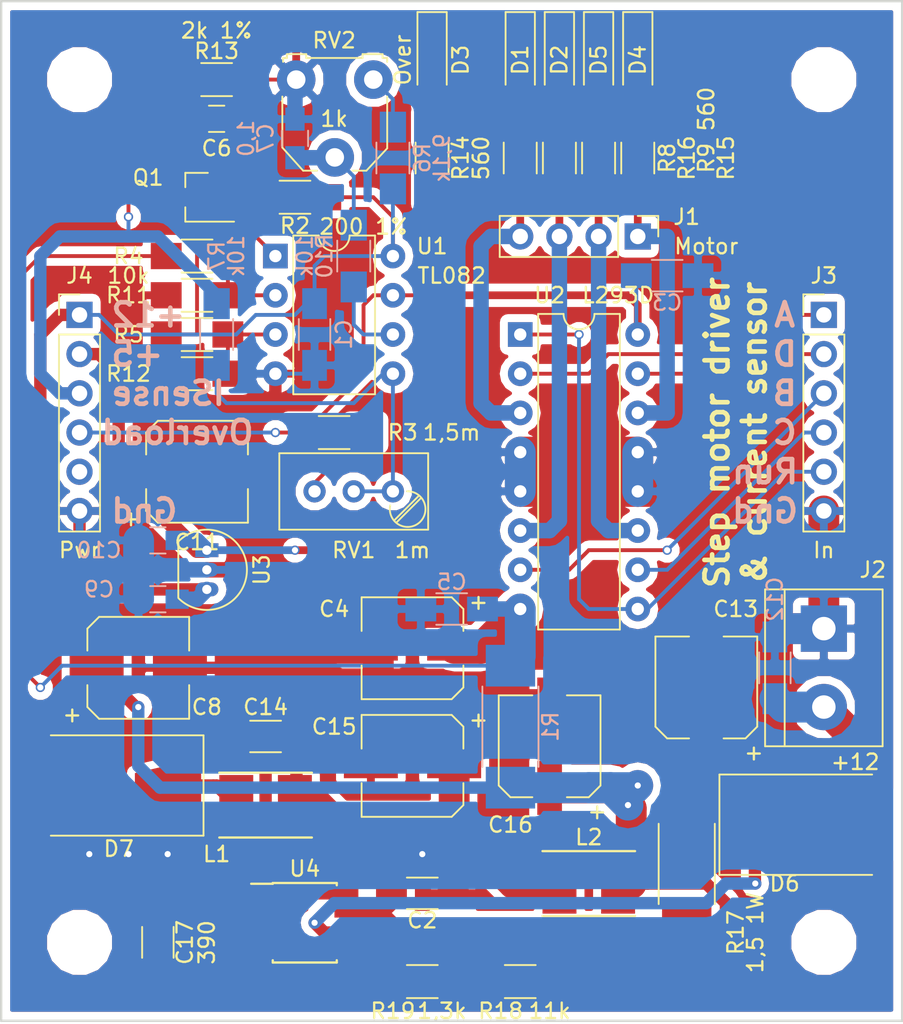
<source format=kicad_pcb>
(kicad_pcb (version 4) (host pcbnew 4.0.7)
  (layers (0 F.Cu signal) (31 B.Cu signal) (34 B.Paste user) (35 F.Paste user) (36 B.SilkS user) (37 F.SilkS user) (38 B.Mask user) (39 F.Mask user) (44 Edge.Cuts user))
  (net 0 "")
  (net 1 +12V)
  (net 2 GND)
  (net 3 /MPower)
  (net 4 +5V)
  (net 5 "Net-(D1-Pad2)")
  (net 6 "Net-(D2-Pad2)")
  (net 7 "Net-(D3-Pad2)")
  (net 8 "Net-(D4-Pad2)")
  (net 9 "Net-(D5-Pad2)")
  (net 10 "Net-(J1-Pad1)")
  (net 11 "Net-(J1-Pad2)")
  (net 12 "Net-(J1-Pad3)")
  (net 13 "Net-(J1-Pad4)")
  (net 14 "Net-(Q1-Pad3)")
  (net 15 /Overload)
  (net 16 "Net-(R11-Pad1)")
  (net 17 "Net-(R12-Pad1)")
  (net 18 /Run)
  (net 19 /Sense)
  (net 20 /MA)
  (net 21 /MC)
  (net 22 /MB)
  (net 23 /MD)
  (net 24 "Net-(C7-Pad1)")
  (net 25 "Net-(C14-Pad1)")
  (net 26 "Net-(C17-Pad1)")
  (net 27 /Buck/Power_In)
  (net 28 "Net-(D7-Pad1)")
  (net 29 "Net-(Q1-Pad1)")
  (net 30 "Net-(R3-Pad2)")
  (net 31 "Net-(R6-Pad1)")
  (net 32 "Net-(R7-Pad1)")
  (net 33 "Net-(R10-Pad1)")
  (net 34 "Net-(R18-Pad1)")
  (net 35 "Net-(C2-Pad2)")
  (net 36 "Net-(C13-Pad1)")
  (module Mounting_Holes:MountingHole_3.2mm_M3 (layer F.Cu) (at 91.44 43.18)
    (fp_text reference Hole hide)
    (fp_text value "" hide)
    (pad 1 np_thru_hole circle (at 0 0) (size 3.2 3.2) (drill 3.2) (layers *.Cu *.Mask))
  )
  (module Mounting_Holes:MountingHole_3.2mm_M3 (layer F.Cu) (at 139.7 43.18)
    (fp_text reference Hole hide)
    (fp_text value "" hide)
    (pad 1 np_thru_hole circle (at 0 0) (size 3.2 3.2) (drill 3.2) (layers *.Cu *.Mask))
  )
  (module Mounting_Holes:MountingHole_3.2mm_M3 (layer F.Cu) (at 139.7 99.06)
    (fp_text reference Hole hide)
    (fp_text value "" hide)
    (pad 1 np_thru_hole circle (at 0 0) (size 3.2 3.2) (drill 3.2) (layers *.Cu *.Mask))
  )
  (module Capacitors_SMD:CP_Elec_6.3x5.3 (layer F.Cu) (at 95.25 81.28)
    (fp_text reference C8 (at 4.445 2.54) (layer F.SilkS))
    (fp_text value 47,0)
    (fp_text user + (at -4.28 3.01) (layer F.SilkS))
    (pad 1 smd rect (at -2.7 0 180) (size 3.5 1.6) (layers F.Cu F.Paste F.Mask) (net 1 +12V))
    (pad 2 smd rect (at 2.7 0 180) (size 3.5 1.6) (layers F.Cu F.Paste F.Mask) (net 2 GND))
  )
  (module Capacitors_SMD:C_0805_HandSoldering (layer B.Cu) (at 96.52 76.835 180)
    (fp_text reference C9 (at 3.81 0.635 180) (layer B.SilkS) (effects (justify mirror)))
    (fp_text value 0,33)
    (pad 1 smd rect (at -1.25 0 180) (size 1.5 1.25) (layers B.Cu B.Paste B.Mask) (net 1 +12V))
    (pad 2 smd rect (at 1.25 0 180) (size 1.5 1.25) (layers B.Cu B.Paste B.Mask) (net 2 GND))
  )
  (module Capacitors_SMD:C_0805_HandSoldering (layer B.Cu) (at 96.52 73.025 180)
    (fp_text reference C10 (at 3.81 -0.635 180) (layer B.SilkS) (effects (justify mirror)))
    (fp_text value 0,33)
    (pad 1 smd rect (at -1.25 0 180) (size 1.5 1.25) (layers B.Cu B.Paste B.Mask) (net 4 +5V))
    (pad 2 smd rect (at 1.25 0 180) (size 1.5 1.25) (layers B.Cu B.Paste B.Mask) (net 2 GND))
  )
  (module Capacitors_SMD:CP_Elec_6.3x5.7 (layer F.Cu) (at 99.06 68.58)
    (fp_text reference C11 (at 0 4.56) (layer F.SilkS))
    (fp_text value 100,0)
    (fp_text user + (at -4.28 3.01) (layer F.SilkS))
    (pad 1 smd rect (at -2.7 0 180) (size 3.5 1.6) (layers F.Cu F.Paste F.Mask) (net 4 +5V))
    (pad 2 smd rect (at 2.7 0 180) (size 3.5 1.6) (layers F.Cu F.Paste F.Mask) (net 2 GND))
  )
  (module LEDs:LED_1206_HandSoldering (layer F.Cu) (at 120.015 41.91 270)
    (fp_text reference D1 (at 0 0 270) (layer F.SilkS))
    (fp_text value A)
    (pad 1 smd rect (at -2 0 270) (size 2 1.7) (layers F.Cu F.Paste F.Mask) (net 2 GND))
    (pad 2 smd rect (at 2 0 270) (size 2 1.7) (layers F.Cu F.Paste F.Mask) (net 5 "Net-(D1-Pad2)"))
  )
  (module LEDs:LED_1206_HandSoldering (layer F.Cu) (at 122.555 41.91 270)
    (fp_text reference D2 (at 0 0 270) (layer F.SilkS))
    (fp_text value B)
    (pad 1 smd rect (at -2 0 270) (size 2 1.7) (layers F.Cu F.Paste F.Mask) (net 2 GND))
    (pad 2 smd rect (at 2 0 270) (size 2 1.7) (layers F.Cu F.Paste F.Mask) (net 6 "Net-(D2-Pad2)"))
  )
  (module LEDs:LED_1206_HandSoldering (layer F.Cu) (at 127.635 41.91 270)
    (fp_text reference D4 (at 0 0 270) (layer F.SilkS))
    (fp_text value D)
    (pad 1 smd rect (at -2 0 270) (size 2 1.7) (layers F.Cu F.Paste F.Mask) (net 2 GND))
    (pad 2 smd rect (at 2 0 270) (size 2 1.7) (layers F.Cu F.Paste F.Mask) (net 8 "Net-(D4-Pad2)"))
  )
  (module LEDs:LED_1206_HandSoldering (layer F.Cu) (at 125.095 41.91 270)
    (fp_text reference D5 (at 0 0 270) (layer F.SilkS))
    (fp_text value C)
    (pad 1 smd rect (at -2 0 270) (size 2 1.7) (layers F.Cu F.Paste F.Mask) (net 2 GND))
    (pad 2 smd rect (at 2 0 270) (size 2 1.7) (layers F.Cu F.Paste F.Mask) (net 9 "Net-(D5-Pad2)"))
  )
  (module Pin_Headers:Pin_Header_Straight_1x04_Pitch2.54mm (layer F.Cu) (at 127.635 53.34 270)
    (fp_text reference J1 (at -1.27 -3.175 360) (layer F.SilkS))
    (fp_text value Motor (at 0.635 -4.445 360) (layer F.SilkS))
    (pad 1 thru_hole rect (at 0 0 270) (size 1.7 1.7) (drill 1) (layers *.Cu *.Mask) (net 10 "Net-(J1-Pad1)"))
    (pad 2 thru_hole oval (at 0 2.54 270) (size 1.7 1.7) (drill 1) (layers *.Cu *.Mask) (net 11 "Net-(J1-Pad2)"))
    (pad 3 thru_hole oval (at 0 5.08 270) (size 1.7 1.7) (drill 1) (layers *.Cu *.Mask) (net 12 "Net-(J1-Pad3)"))
    (pad 4 thru_hole oval (at 0 7.62 270) (size 1.7 1.7) (drill 1) (layers *.Cu *.Mask) (net 13 "Net-(J1-Pad4)"))
  )
  (module Resistors_SMD:R_1206_HandSoldering (layer F.Cu) (at 120.015 48.26 270)
    (fp_text reference R8 (at 0 -9.525 270) (layer F.SilkS))
    (fp_text value 560)
    (pad 1 smd rect (at -2 0 270) (size 2 1.7) (layers F.Cu F.Paste F.Mask) (net 5 "Net-(D1-Pad2)"))
    (pad 2 smd rect (at 2 0 270) (size 2 1.7) (layers F.Cu F.Paste F.Mask) (net 13 "Net-(J1-Pad4)"))
  )
  (module Resistors_SMD:R_1206_HandSoldering (layer F.Cu) (at 122.555 48.26 270)
    (fp_text reference R9 (at 0 -9.525 270) (layer F.SilkS))
    (fp_text value 560)
    (pad 1 smd rect (at -2 0 270) (size 2 1.7) (layers F.Cu F.Paste F.Mask) (net 6 "Net-(D2-Pad2)"))
    (pad 2 smd rect (at 2 0 270) (size 2 1.7) (layers F.Cu F.Paste F.Mask) (net 12 "Net-(J1-Pad3)"))
  )
  (module Resistors_SMD:R_1206_HandSoldering (layer F.Cu) (at 127.635 48.26 90)
    (fp_text reference R15 (at 0 5.715 90) (layer F.SilkS))
    (fp_text value 560 (at 3.175 4.445 90) (layer F.SilkS))
    (pad 1 smd rect (at -2 0 90) (size 2 1.7) (layers F.Cu F.Paste F.Mask) (net 10 "Net-(J1-Pad1)"))
    (pad 2 smd rect (at 2 0 90) (size 2 1.7) (layers F.Cu F.Paste F.Mask) (net 8 "Net-(D4-Pad2)"))
  )
  (module Resistors_SMD:R_1206_HandSoldering (layer F.Cu) (at 125.095 48.26 90)
    (fp_text reference R16 (at 0 5.715 90) (layer F.SilkS))
    (fp_text value 560)
    (pad 1 smd rect (at -2 0 90) (size 2 1.7) (layers F.Cu F.Paste F.Mask) (net 11 "Net-(J1-Pad2)"))
    (pad 2 smd rect (at 2 0 90) (size 2 1.7) (layers F.Cu F.Paste F.Mask) (net 9 "Net-(D5-Pad2)"))
  )
  (module Housings_DIP:DIP-16_W7.62mm (layer F.Cu) (at 120.015 59.69)
    (fp_text reference U2 (at 1.905 -2.54) (layer F.SilkS))
    (fp_text value L293D (at 6.35 -2.54) (layer F.SilkS))
    (pad 1 thru_hole rect (at 0 0) (size 1.6 1.6) (drill 0.8) (layers *.Cu *.Mask) (net 18 /Run))
    (pad 9 thru_hole oval (at 7.62 17.78) (size 1.6 1.6) (drill 0.8) (layers *.Cu *.Mask) (net 18 /Run))
    (pad 2 thru_hole oval (at 0 2.54) (size 1.6 1.6) (drill 0.8) (layers *.Cu *.Mask) (net 20 /MA))
    (pad 10 thru_hole oval (at 7.62 15.24) (size 1.6 1.6) (drill 0.8) (layers *.Cu *.Mask) (net 21 /MC))
    (pad 3 thru_hole oval (at 0 5.08) (size 1.6 1.6) (drill 0.8) (layers *.Cu *.Mask) (net 13 "Net-(J1-Pad4)"))
    (pad 11 thru_hole oval (at 7.62 12.7) (size 1.6 1.6) (drill 0.8) (layers *.Cu *.Mask) (net 11 "Net-(J1-Pad2)"))
    (pad 4 thru_hole oval (at 0 7.62) (size 1.6 1.6) (drill 0.8) (layers *.Cu *.Mask) (net 2 GND))
    (pad 12 thru_hole oval (at 7.62 10.16) (size 1.6 1.6) (drill 0.8) (layers *.Cu *.Mask) (net 2 GND))
    (pad 5 thru_hole oval (at 0 10.16) (size 1.6 1.6) (drill 0.8) (layers *.Cu *.Mask) (net 2 GND))
    (pad 13 thru_hole oval (at 7.62 7.62) (size 1.6 1.6) (drill 0.8) (layers *.Cu *.Mask) (net 2 GND))
    (pad 6 thru_hole oval (at 0 12.7) (size 1.6 1.6) (drill 0.8) (layers *.Cu *.Mask) (net 12 "Net-(J1-Pad3)"))
    (pad 14 thru_hole oval (at 7.62 5.08) (size 1.6 1.6) (drill 0.8) (layers *.Cu *.Mask) (net 10 "Net-(J1-Pad1)"))
    (pad 7 thru_hole oval (at 0 15.24) (size 1.6 1.6) (drill 0.8) (layers *.Cu *.Mask) (net 22 /MB))
    (pad 15 thru_hole oval (at 7.62 2.54) (size 1.6 1.6) (drill 0.8) (layers *.Cu *.Mask) (net 23 /MD))
    (pad 8 thru_hole oval (at 0 17.78) (size 1.6 1.6) (drill 0.8) (layers *.Cu *.Mask) (net 3 /MPower))
    (pad 16 thru_hole oval (at 7.62 0) (size 1.6 1.6) (drill 0.8) (layers *.Cu *.Mask) (net 4 +5V))
  )
  (module TO_SOT_Packages_THT:TO-92_Inline_Narrow_Oval (layer F.Cu) (at 99.695 73.66 270)
    (fp_text reference U3 (at 1.27 -3.56 270) (layer F.SilkS))
    (fp_text value L78L05)
    (pad 2 thru_hole oval (at 1.27 0 90) (size 0.9 1.5) (drill 0.6) (layers *.Cu *.Mask) (net 2 GND))
    (pad 3 thru_hole oval (at 2.54 0 90) (size 0.9 1.5) (drill 0.6) (layers *.Cu *.Mask) (net 1 +12V))
    (pad 1 thru_hole rect (at 0 0 90) (size 0.9 1.5) (drill 0.6) (layers *.Cu *.Mask) (net 4 +5V))
  )
  (module Connectors_Terminal_Blocks:TerminalBlock_bornier-2_P5.08mm (layer F.Cu) (at 139.7 78.74 270)
    (fp_text reference J2 (at -3.81 -3.175 360) (layer F.SilkS))
    (fp_text value +12 (at 8.636 -2.032 360) (layer F.SilkS))
    (pad 1 thru_hole rect (at 0 0 270) (size 3 3) (drill 1.52) (layers *.Cu *.Mask) (net 2 GND))
    (pad 2 thru_hole circle (at 5.08 0 270) (size 3 3) (drill 1.52) (layers *.Cu *.Mask) (net 27 /Buck/Power_In))
  )
  (module Capacitors_SMD:C_1206_HandSoldering (layer B.Cu) (at 129.54 55.88)
    (fp_text reference C3 (at 0 1.75) (layer B.SilkS) (effects (justify mirror)))
    (fp_text value 0,1)
    (pad 1 smd rect (at -2 0) (size 2 1.6) (layers B.Cu B.Paste B.Mask) (net 4 +5V))
    (pad 2 smd rect (at 2 0) (size 2 1.6) (layers B.Cu B.Paste B.Mask) (net 2 GND))
  )
  (module Capacitors_SMD:C_1206_HandSoldering (layer B.Cu) (at 106.68 59.69 270)
    (fp_text reference C1 (at 0 -1.905 270) (layer B.SilkS) (effects (justify mirror)))
    (fp_text value 0,1)
    (pad 1 smd rect (at -2 0 270) (size 2 1.6) (layers B.Cu B.Paste B.Mask) (net 1 +12V))
    (pad 2 smd rect (at 2 0 270) (size 2 1.6) (layers B.Cu B.Paste B.Mask) (net 2 GND))
  )
  (module Capacitors_SMD:CP_Elec_6.3x5.3 (layer F.Cu) (at 113.03 80.01 180)
    (fp_text reference C4 (at 5.08 2.54 180) (layer F.SilkS))
    (fp_text value 47,0)
    (fp_text user + (at -4.28 3.01 180) (layer F.SilkS))
    (pad 1 smd rect (at -2.7 0) (size 3.5 1.6) (layers F.Cu F.Paste F.Mask) (net 3 /MPower))
    (pad 2 smd rect (at 2.7 0) (size 3.5 1.6) (layers F.Cu F.Paste F.Mask) (net 2 GND))
  )
  (module Capacitors_SMD:C_1206_HandSoldering (layer B.Cu) (at 115.57 77.47 180)
    (fp_text reference C5 (at 0 1.75 180) (layer B.SilkS) (effects (justify mirror)))
    (fp_text value 0,1)
    (pad 1 smd rect (at -2 0 180) (size 2 1.6) (layers B.Cu B.Paste B.Mask) (net 3 /MPower))
    (pad 2 smd rect (at 2 0 180) (size 2 1.6) (layers B.Cu B.Paste B.Mask) (net 2 GND))
  )
  (module Capacitors_SMD:C_0805_HandSoldering (layer F.Cu) (at 100.33 45.72)
    (fp_text reference C6 (at 0 1.905) (layer F.SilkS))
    (fp_text value 1,0)
    (pad 1 smd rect (at -1.25 0) (size 1.5 1.25) (layers F.Cu F.Paste F.Mask) (net 19 /Sense))
    (pad 2 smd rect (at 1.25 0) (size 1.5 1.25) (layers F.Cu F.Paste F.Mask) (net 2 GND))
  )
  (module Capacitors_SMD:C_0805_HandSoldering (layer B.Cu) (at 105.41 46.99 90)
    (fp_text reference C7 (at 0 -1.905 90) (layer B.SilkS) (effects (justify mirror)))
    (fp_text value 1,0 (at 0 -3.175 90) (layer B.SilkS) (effects (justify mirror)))
    (pad 1 smd rect (at -1.25 0 90) (size 1.5 1.25) (layers B.Cu B.Paste B.Mask) (net 24 "Net-(C7-Pad1)"))
    (pad 2 smd rect (at 1.25 0 90) (size 1.5 1.25) (layers B.Cu B.Paste B.Mask) (net 2 GND))
  )
  (module Capacitors_SMD:C_1206_HandSoldering (layer B.Cu) (at 136.525 81.28 270)
    (fp_text reference C12 (at -4.445 0 270) (layer B.SilkS) (effects (justify mirror)))
    (fp_text value 0,1)
    (pad 1 smd rect (at -2 0 270) (size 2 1.6) (layers B.Cu B.Paste B.Mask) (net 2 GND))
    (pad 2 smd rect (at 2 0 270) (size 2 1.6) (layers B.Cu B.Paste B.Mask) (net 27 /Buck/Power_In))
  )
  (module Capacitors_SMD:CP_Elec_6.3x5.7 (layer F.Cu) (at 132.08 82.55 90)
    (fp_text reference C13 (at 5.08 1.905 180) (layer F.SilkS))
    (fp_text value 100,0)
    (fp_text user + (at -4.28 3.01 90) (layer F.SilkS))
    (pad 1 smd rect (at -2.7 0 270) (size 3.5 1.6) (layers F.Cu F.Paste F.Mask) (net 36 "Net-(C13-Pad1)"))
    (pad 2 smd rect (at 2.7 0 270) (size 3.5 1.6) (layers F.Cu F.Paste F.Mask) (net 2 GND))
  )
  (module Capacitors_SMD:C_1206_HandSoldering (layer F.Cu) (at 103.505 85.725 180)
    (fp_text reference C14 (at 0 1.905 180) (layer F.SilkS))
    (fp_text value 0,1)
    (pad 1 smd rect (at -2 0 180) (size 2 1.6) (layers F.Cu F.Paste F.Mask) (net 25 "Net-(C14-Pad1)"))
    (pad 2 smd rect (at 2 0 180) (size 2 1.6) (layers F.Cu F.Paste F.Mask) (net 2 GND))
  )
  (module Capacitors_SMD:CP_Elec_6.3x5.7 (layer F.Cu) (at 113.03 87.63 180)
    (fp_text reference C15 (at 5.08 2.54 180) (layer F.SilkS))
    (fp_text value 220,0)
    (fp_text user + (at -4.28 3.01 180) (layer F.SilkS))
    (pad 1 smd rect (at -2.7 0) (size 3.5 1.6) (layers F.Cu F.Paste F.Mask) (net 25 "Net-(C14-Pad1)"))
    (pad 2 smd rect (at 2.7 0) (size 3.5 1.6) (layers F.Cu F.Paste F.Mask) (net 2 GND))
  )
  (module Capacitors_SMD:CP_Elec_6.3x5.7 (layer F.Cu) (at 121.92 86.36 90)
    (fp_text reference C16 (at -5.08 -2.54 180) (layer F.SilkS))
    (fp_text value 100,0)
    (fp_text user + (at -4.28 3.01 90) (layer F.SilkS))
    (pad 1 smd rect (at -2.7 0 270) (size 3.5 1.6) (layers F.Cu F.Paste F.Mask) (net 1 +12V))
    (pad 2 smd rect (at 2.7 0 270) (size 3.5 1.6) (layers F.Cu F.Paste F.Mask) (net 2 GND))
  )
  (module Capacitors_SMD:C_1206_HandSoldering (layer F.Cu) (at 96.52 99.06 270)
    (fp_text reference C17 (at 0 -1.75 270) (layer F.SilkS))
    (fp_text value 390 (at 0 -3.175 270) (layer F.SilkS))
    (pad 1 smd rect (at -2 0 270) (size 2 1.6) (layers F.Cu F.Paste F.Mask) (net 26 "Net-(C17-Pad1)"))
    (pad 2 smd rect (at 2 0 270) (size 2 1.6) (layers F.Cu F.Paste F.Mask) (net 2 GND))
  )
  (module LEDs:LED_1206_HandSoldering (layer F.Cu) (at 114.3 41.91 270)
    (fp_text reference D3 (at 0 -1.85 270) (layer F.SilkS))
    (fp_text value Over (at 0 1.9 270) (layer F.SilkS))
    (pad 1 smd rect (at -2 0 270) (size 2 1.7) (layers F.Cu F.Paste F.Mask) (net 2 GND))
    (pad 2 smd rect (at 2 0 270) (size 2 1.7) (layers F.Cu F.Paste F.Mask) (net 7 "Net-(D3-Pad2)"))
  )
  (module Diodes_SMD:D_SMB-SMC_Universal_Handsoldering (layer F.Cu) (at 138.43 91.44)
    (fp_text reference D6 (at -1.27 3.81) (layer F.SilkS))
    (fp_text value SS34)
    (pad 1 smd trapezoid (at -3.2 0) (size 4.3 2.6) (rect_delta 1 0) (layers F.Cu F.Paste F.Mask) (net 36 "Net-(C13-Pad1)"))
    (pad 2 smd trapezoid (at 3.2 0 180) (size 4.3 2.6) (rect_delta 1 0) (layers F.Cu F.Paste F.Mask) (net 27 /Buck/Power_In))
  )
  (module Diodes_SMD:D_SMB-SMC_Universal_Handsoldering (layer F.Cu) (at 93.98 88.9 180)
    (fp_text reference D7 (at 0 -4.1 180) (layer F.SilkS))
    (fp_text value SS34)
    (pad 1 smd trapezoid (at -3.2 0 180) (size 4.3 2.6) (rect_delta 1 0) (layers F.Cu F.Paste F.Mask) (net 28 "Net-(D7-Pad1)"))
    (pad 2 smd trapezoid (at 3.2 0) (size 4.3 2.6) (rect_delta 1 0) (layers F.Cu F.Paste F.Mask) (net 2 GND))
  )
  (module Resistors_SMD:R_2512_HandSoldering (layer B.Cu) (at 119.38 85.09 90)
    (fp_text reference R1 (at 0 2.6 90) (layer B.SilkS) (effects (justify mirror)))
    (fp_text value "0,2 2W 1%")
    (pad 1 smd rect (at -3.95 0 90) (size 2.7 3.2) (layers B.Cu B.Paste B.Mask) (net 1 +12V))
    (pad 2 smd rect (at 3.95 0 90) (size 2.7 3.2) (layers B.Cu B.Paste B.Mask) (net 3 /MPower))
  )
  (module Resistors_SMD:R_1206_HandSoldering (layer F.Cu) (at 105.41 50.8 180)
    (fp_text reference R2 (at 0 -1.85 180) (layer F.SilkS))
    (fp_text value "200 1%" (at -4.445 -1.905 180) (layer F.SilkS))
    (pad 1 smd rect (at -2 0 180) (size 2 1.7) (layers F.Cu F.Paste F.Mask) (net 1 +12V))
    (pad 2 smd rect (at 2 0 180) (size 2 1.7) (layers F.Cu F.Paste F.Mask) (net 14 "Net-(Q1-Pad3)"))
  )
  (module Resistors_SMD:R_1206_HandSoldering (layer F.Cu) (at 107.95 66.04)
    (fp_text reference R3 (at 4.445 0) (layer F.SilkS))
    (fp_text value 1,5m (at 7.62 0) (layer F.SilkS))
    (pad 1 smd rect (at -2 0) (size 2 1.7) (layers F.Cu F.Paste F.Mask) (net 15 /Overload))
    (pad 2 smd rect (at 2 0) (size 2 1.7) (layers F.Cu F.Paste F.Mask) (net 30 "Net-(R3-Pad2)"))
  )
  (module Resistors_SMD:R_1206_HandSoldering (layer F.Cu) (at 99.06 54.61)
    (fp_text reference R4 (at -4.445 0) (layer F.SilkS))
    (fp_text value 10k)
    (pad 1 smd rect (at -2 0) (size 2 1.7) (layers F.Cu F.Paste F.Mask) (net 3 /MPower))
    (pad 2 smd rect (at 2 0) (size 2 1.7) (layers F.Cu F.Paste F.Mask) (net 16 "Net-(R11-Pad1)"))
  )
  (module Resistors_SMD:R_1206_HandSoldering (layer F.Cu) (at 99.06 59.69)
    (fp_text reference R5 (at -4.445 0) (layer F.SilkS))
    (fp_text value 10k)
    (pad 1 smd rect (at -2 0) (size 2 1.7) (layers F.Cu F.Paste F.Mask) (net 14 "Net-(Q1-Pad3)"))
    (pad 2 smd rect (at 2 0) (size 2 1.7) (layers F.Cu F.Paste F.Mask) (net 17 "Net-(R12-Pad1)"))
  )
  (module Resistors_SMD:R_1206_HandSoldering (layer B.Cu) (at 111.76 48.26 270)
    (fp_text reference R6 (at 0 -1.905 270) (layer B.SilkS) (effects (justify mirror)))
    (fp_text value 9,1k (at 0 -3.175 270) (layer B.SilkS) (effects (justify mirror)))
    (pad 1 smd rect (at -2 0 270) (size 2 1.7) (layers B.Cu B.Paste B.Mask) (net 31 "Net-(R6-Pad1)"))
    (pad 2 smd rect (at 2 0 270) (size 2 1.7) (layers B.Cu B.Paste B.Mask) (net 1 +12V))
  )
  (module Resistors_SMD:R_1206_HandSoldering (layer B.Cu) (at 100.33 59.69 90)
    (fp_text reference R7 (at 5.08 0 90) (layer B.SilkS) (effects (justify mirror)))
    (fp_text value 10k (at 5.08 1.27 90) (layer B.SilkS) (effects (justify mirror)))
    (pad 1 smd rect (at -2 0 90) (size 2 1.7) (layers B.Cu B.Paste B.Mask) (net 32 "Net-(R7-Pad1)"))
    (pad 2 smd rect (at 2 0 90) (size 2 1.7) (layers B.Cu B.Paste B.Mask) (net 19 /Sense))
  )
  (module Resistors_SMD:R_1206_HandSoldering (layer B.Cu) (at 109.22 54.61 90)
    (fp_text reference R10 (at 0 -1.905 90) (layer B.SilkS) (effects (justify mirror)))
    (fp_text value 10k (at 0 -3.175 90) (layer B.SilkS) (effects (justify mirror)))
    (pad 1 smd rect (at -2 0 90) (size 2 1.7) (layers B.Cu B.Paste B.Mask) (net 33 "Net-(R10-Pad1)"))
    (pad 2 smd rect (at 2 0 90) (size 2 1.7) (layers B.Cu B.Paste B.Mask) (net 24 "Net-(C7-Pad1)"))
  )
  (module Resistors_SMD:R_1206_HandSoldering (layer F.Cu) (at 99.06 57.15 180)
    (fp_text reference R11 (at 4.445 0 180) (layer F.SilkS))
    (fp_text value 10k (at 4.445 1.27 180) (layer F.SilkS))
    (pad 1 smd rect (at -2 0 180) (size 2 1.7) (layers F.Cu F.Paste F.Mask) (net 16 "Net-(R11-Pad1)"))
    (pad 2 smd rect (at 2 0 180) (size 2 1.7) (layers F.Cu F.Paste F.Mask) (net 2 GND))
  )
  (module Resistors_SMD:R_1206_HandSoldering (layer F.Cu) (at 99.06 62.23 180)
    (fp_text reference R12 (at 4.445 0 180) (layer F.SilkS))
    (fp_text value 10k)
    (pad 1 smd rect (at -2 0 180) (size 2 1.7) (layers F.Cu F.Paste F.Mask) (net 17 "Net-(R12-Pad1)"))
    (pad 2 smd rect (at 2 0 180) (size 2 1.7) (layers F.Cu F.Paste F.Mask) (net 2 GND))
  )
  (module Resistors_SMD:R_1206_HandSoldering (layer F.Cu) (at 100.33 43.18)
    (fp_text reference R13 (at 0 -1.85) (layer F.SilkS))
    (fp_text value "2k 1%" (at 0 -3.175) (layer F.SilkS))
    (pad 1 smd rect (at -2 0) (size 2 1.7) (layers F.Cu F.Paste F.Mask) (net 19 /Sense))
    (pad 2 smd rect (at 2 0) (size 2 1.7) (layers F.Cu F.Paste F.Mask) (net 2 GND))
  )
  (module Resistors_SMD:R_1206_HandSoldering (layer F.Cu) (at 114.3 48.26 270)
    (fp_text reference R14 (at 0 -1.85 270) (layer F.SilkS))
    (fp_text value 560 (at 0 -3.175 270) (layer F.SilkS))
    (pad 1 smd rect (at -2 0 270) (size 2 1.7) (layers F.Cu F.Paste F.Mask) (net 7 "Net-(D3-Pad2)"))
    (pad 2 smd rect (at 2 0 270) (size 2 1.7) (layers F.Cu F.Paste F.Mask) (net 15 /Overload))
  )
  (module Resistors_SMD:R_2512_HandSoldering (layer F.Cu) (at 130.81 93.98 270)
    (fp_text reference R17 (at 4.445 -3.175 270) (layer F.SilkS))
    (fp_text value "1,5 1W" (at 4.445 -4.445 270) (layer F.SilkS))
    (pad 1 smd rect (at -3.95 0 270) (size 2.7 3.2) (layers F.Cu F.Paste F.Mask) (net 36 "Net-(C13-Pad1)"))
    (pad 2 smd rect (at 3.95 0 270) (size 2.7 3.2) (layers F.Cu F.Paste F.Mask) (net 35 "Net-(C2-Pad2)"))
  )
  (module Resistors_SMD:R_1206_HandSoldering (layer F.Cu) (at 120.015 101.6)
    (fp_text reference R18 (at -1.27 1.905) (layer F.SilkS))
    (fp_text value 11k (at 1.905 1.905) (layer F.SilkS))
    (pad 1 smd rect (at -2 0) (size 2 1.7) (layers F.Cu F.Paste F.Mask) (net 34 "Net-(R18-Pad1)"))
    (pad 2 smd rect (at 2 0) (size 2 1.7) (layers F.Cu F.Paste F.Mask) (net 1 +12V))
  )
  (module Resistors_SMD:R_1206_HandSoldering (layer F.Cu) (at 113.665 101.6 180)
    (fp_text reference R19 (at 1.905 -1.905 180) (layer F.SilkS))
    (fp_text value 1,3k (at -1.27 -1.905 180) (layer F.SilkS))
    (pad 1 smd rect (at -2 0 180) (size 2 1.7) (layers F.Cu F.Paste F.Mask) (net 34 "Net-(R18-Pad1)"))
    (pad 2 smd rect (at 2 0 180) (size 2 1.7) (layers F.Cu F.Paste F.Mask) (net 2 GND))
  )
  (module Potentiometers:Potentiometer_Trimmer_Bourns_3296W (layer F.Cu) (at 111.76 69.85)
    (fp_text reference RV1 (at -2.54 3.81) (layer F.SilkS))
    (fp_text value 1m (at 1.27 3.81) (layer F.SilkS))
    (pad 1 thru_hole circle (at 0 0) (size 1.44 1.44) (drill 0.8) (layers *.Cu *.Mask) (net 32 "Net-(R7-Pad1)"))
    (pad 2 thru_hole circle (at -2.54 0) (size 1.44 1.44) (drill 0.8) (layers *.Cu *.Mask) (net 32 "Net-(R7-Pad1)"))
    (pad 3 thru_hole circle (at -5.08 0) (size 1.44 1.44) (drill 0.8) (layers *.Cu *.Mask) (net 30 "Net-(R3-Pad2)"))
  )
  (module Potentiometers:Potentiometer_Triwood_RM-065 (layer F.Cu) (at 110.49 43.18 180)
    (fp_text reference RV2 (at 2.54 2.54 360) (layer F.SilkS))
    (fp_text value 1k (at 2.54 -2.54 180) (layer F.SilkS))
    (pad 2 thru_hole circle (at 2.5 -5.04 180) (size 2.5 2.5) (drill 1.2) (layers *.Cu *.Mask) (net 24 "Net-(C7-Pad1)"))
    (pad 3 thru_hole circle (at 5 0 180) (size 2.5 2.5) (drill 1.2) (layers *.Cu *.Mask) (net 2 GND))
    (pad 1 thru_hole circle (at 0 0 180) (size 2.5 2.5) (drill 1.2) (layers *.Cu *.Mask) (net 31 "Net-(R6-Pad1)"))
  )
  (module Housings_DIP:DIP-8_W7.62mm (layer F.Cu) (at 104.14 54.61)
    (fp_text reference U1 (at 10.16 -0.635) (layer F.SilkS))
    (fp_text value TL082 (at 11.43 1.27) (layer F.SilkS))
    (pad 1 thru_hole rect (at 0 0) (size 1.6 1.6) (drill 0.8) (layers *.Cu *.Mask) (net 29 "Net-(Q1-Pad1)"))
    (pad 5 thru_hole oval (at 7.62 7.62) (size 1.6 1.6) (drill 0.8) (layers *.Cu *.Mask) (net 32 "Net-(R7-Pad1)"))
    (pad 2 thru_hole oval (at 0 2.54) (size 1.6 1.6) (drill 0.8) (layers *.Cu *.Mask) (net 16 "Net-(R11-Pad1)"))
    (pad 6 thru_hole oval (at 7.62 5.08) (size 1.6 1.6) (drill 0.8) (layers *.Cu *.Mask) (net 33 "Net-(R10-Pad1)"))
    (pad 3 thru_hole oval (at 0 5.08) (size 1.6 1.6) (drill 0.8) (layers *.Cu *.Mask) (net 17 "Net-(R12-Pad1)"))
    (pad 7 thru_hole oval (at 7.62 2.54) (size 1.6 1.6) (drill 0.8) (layers *.Cu *.Mask) (net 15 /Overload))
    (pad 4 thru_hole oval (at 0 7.62) (size 1.6 1.6) (drill 0.8) (layers *.Cu *.Mask) (net 2 GND))
    (pad 8 thru_hole oval (at 7.62 0) (size 1.6 1.6) (drill 0.8) (layers *.Cu *.Mask) (net 1 +12V))
  )
  (module Pin_Headers:Pin_Header_Straight_1x06_Pitch2.54mm (layer F.Cu) (at 139.7 58.42)
    (fp_text reference J3 (at 0 -2.54 180) (layer F.SilkS))
    (fp_text value In (at 0 15.24 180) (layer F.SilkS))
    (pad 1 thru_hole rect (at 0 0) (size 1.7 1.7) (drill 1) (layers *.Cu *.Mask) (net 20 /MA))
    (pad 2 thru_hole oval (at 0 2.54) (size 1.7 1.7) (drill 1) (layers *.Cu *.Mask) (net 23 /MD))
    (pad 3 thru_hole oval (at 0 5.08) (size 1.7 1.7) (drill 1) (layers *.Cu *.Mask) (net 22 /MB))
    (pad 4 thru_hole oval (at 0 7.62) (size 1.7 1.7) (drill 1) (layers *.Cu *.Mask) (net 21 /MC))
    (pad 5 thru_hole oval (at 0 10.16) (size 1.7 1.7) (drill 1) (layers *.Cu *.Mask) (net 18 /Run))
    (pad 6 thru_hole oval (at 0 12.7) (size 1.7 1.7) (drill 1) (layers *.Cu *.Mask) (net 2 GND))
  )
  (module Pin_Headers:Pin_Header_Straight_1x06_Pitch2.54mm (layer F.Cu) (at 91.44 58.42)
    (fp_text reference J4 (at 0 -2.54) (layer F.SilkS))
    (fp_text value Pwr (at 0 15.24) (layer F.SilkS))
    (pad 1 thru_hole rect (at 0 0) (size 1.7 1.7) (drill 1) (layers *.Cu *.Mask) (net 1 +12V))
    (pad 2 thru_hole oval (at 0 2.54) (size 1.7 1.7) (drill 1) (layers *.Cu *.Mask) (net 4 +5V))
    (pad 3 thru_hole oval (at 0 5.08) (size 1.7 1.7) (drill 1) (layers *.Cu *.Mask) (net 19 /Sense))
    (pad 4 thru_hole oval (at 0 7.62) (size 1.7 1.7) (drill 1) (layers *.Cu *.Mask) (net 15 /Overload))
    (pad 5 thru_hole oval (at 0 10.16) (size 1.7 1.7) (drill 1) (layers *.Cu *.Mask))
    (pad 6 thru_hole oval (at 0 12.7) (size 1.7 1.7) (drill 1) (layers *.Cu *.Mask) (net 2 GND))
  )
  (module Mounting_Holes:MountingHole_3.2mm_M3 (layer F.Cu) (at 91.44 99.06)
    (fp_text reference Hole hide)
    (fp_text value "" hide)
    (pad 1 np_thru_hole circle (at 0 0) (size 3.2 3.2) (drill 3.2) (layers *.Cu *.Mask))
  )
  (module Capacitors_SMD:C_1206_HandSoldering (layer F.Cu) (at 113.665 95.885 180)
    (fp_text reference C2 (at 0 -1.75 180) (layer F.SilkS))
    (fp_text value 0,1)
    (pad 1 smd rect (at -2 0 180) (size 2 1.6) (layers F.Cu F.Paste F.Mask) (net 2 GND))
    (pad 2 smd rect (at 2 0 180) (size 2 1.6) (layers F.Cu F.Paste F.Mask) (net 35 "Net-(C2-Pad2)"))
  )
  (module Inductors:Inductor_Taiyo-Yuden_NR-40xx_HandSoldering (layer F.Cu) (at 103.505 90.17)
    (fp_text reference L1 (at -3.175 3.175) (layer F.SilkS))
    (fp_text value 100uH)
    (pad 1 smd rect (at -1.9 0) (size 2.2 3.9) (layers F.Cu F.Paste F.Mask) (net 28 "Net-(D7-Pad1)"))
    (pad 2 smd rect (at 1.9 0) (size 2.2 3.9) (layers F.Cu F.Paste F.Mask) (net 25 "Net-(C14-Pad1)"))
  )
  (module Inductors:Inductor_Taiyo-Yuden_NR-40xx_HandSoldering (layer F.Cu) (at 124.46 95.25)
    (fp_text reference L2 (at 0 -3) (layer F.SilkS))
    (fp_text value 47uH)
    (pad 1 smd rect (at -1.9 0) (size 2.2 3.9) (layers F.Cu F.Paste F.Mask) (net 25 "Net-(C14-Pad1)"))
    (pad 2 smd rect (at 1.9 0) (size 2.2 3.9) (layers F.Cu F.Paste F.Mask) (net 1 +12V))
  )
  (module Housings_SOIC:SOIC-8_3.9x4.9mm_Pitch1.27mm (layer F.Cu) (at 106.045 97.79)
    (fp_text reference U4 (at 0 -3.5) (layer F.SilkS))
    (fp_text value MC34063)
    (pad 1 smd rect (at -2.7 -1.905) (size 1.55 0.6) (layers F.Cu F.Paste F.Mask) (net 35 "Net-(C2-Pad2)"))
    (pad 2 smd rect (at -2.7 -0.635) (size 1.55 0.6) (layers F.Cu F.Paste F.Mask) (net 28 "Net-(D7-Pad1)"))
    (pad 3 smd rect (at -2.7 0.635) (size 1.55 0.6) (layers F.Cu F.Paste F.Mask) (net 26 "Net-(C17-Pad1)"))
    (pad 4 smd rect (at -2.7 1.905) (size 1.55 0.6) (layers F.Cu F.Paste F.Mask) (net 2 GND))
    (pad 5 smd rect (at 2.7 1.905) (size 1.55 0.6) (layers F.Cu F.Paste F.Mask) (net 34 "Net-(R18-Pad1)"))
    (pad 6 smd rect (at 2.7 0.635) (size 1.55 0.6) (layers F.Cu F.Paste F.Mask) (net 36 "Net-(C13-Pad1)"))
    (pad 7 smd rect (at 2.7 -0.635) (size 1.55 0.6) (layers F.Cu F.Paste F.Mask) (net 35 "Net-(C2-Pad2)"))
    (pad 8 smd rect (at 2.7 -1.905) (size 1.55 0.6) (layers F.Cu F.Paste F.Mask) (net 35 "Net-(C2-Pad2)"))
  )
  (module TO_SOT_Packages_SMD:SOT-23_Handsoldering (layer F.Cu) (at 99.06 50.8 180)
    (fp_text reference Q1 (at 3.175 1.27 180) (layer F.SilkS))
    (fp_text value MMBT3904)
    (pad 1 smd rect (at -1.5 -0.95 180) (size 1.9 0.8) (layers F.Cu F.Paste F.Mask) (net 29 "Net-(Q1-Pad1)"))
    (pad 2 smd rect (at -1.5 0.95 180) (size 1.9 0.8) (layers F.Cu F.Paste F.Mask) (net 19 /Sense))
    (pad 3 smd rect (at 1.5 0 180) (size 1.9 0.8) (layers F.Cu F.Paste F.Mask) (net 14 "Net-(Q1-Pad3)"))
  )
  (gr_text "Step motor driver\n& current sensor" (at 133.985 66.04 90) (layer F.SilkS) (effects (font (size 1.5 1.5) (thickness 0.3))))
  (gr_text Overload (at 92.71 66.04) (layer B.SilkS) (effects (font (size 1.5 1.5) (thickness 0.3)) (justify right mirror)))
  (gr_text ISense (at 93.345 63.5) (layer B.SilkS) (effects (font (size 1.5 1.5) (thickness 0.3)) (justify right mirror)))
  (gr_text +5 (at 93.345 60.96) (layer B.SilkS) (effects (font (size 1.5 1.5) (thickness 0.3)) (justify right mirror)))
  (gr_text +12 (at 93.345 58.42) (layer B.SilkS) (effects (font (size 1.5 1.5) (thickness 0.3)) (justify right mirror)))
  (gr_text Gnd (at 93.345 71.12) (layer B.SilkS) (effects (font (size 1.5 1.5) (thickness 0.3)) (justify right mirror)))
  (gr_text Gnd (at 135.89 71.12) (layer B.SilkS) (effects (font (size 1.5 1.5) (thickness 0.3)) (justify mirror)))
  (gr_text Run (at 135.89 68.58) (layer B.SilkS) (effects (font (size 1.5 1.5) (thickness 0.3)) (justify mirror)))
  (gr_text D (at 137.16 60.96) (layer B.SilkS) (effects (font (size 1.5 1.5) (thickness 0.3)) (justify mirror)))
  (gr_text C (at 137.16 66.04) (layer B.SilkS) (effects (font (size 1.5 1.5) (thickness 0.3)) (justify mirror)))
  (gr_text B (at 137.16 63.5) (layer B.SilkS) (effects (font (size 1.5 1.5) (thickness 0.3)) (justify mirror)))
  (gr_text A (at 137.16 58.42) (layer B.SilkS) (effects (font (size 1.5 1.5) (thickness 0.3)) (justify mirror)))
  (gr_line (start 86.36 38.1) (end 144.78 38.1) (angle 90) (layer Edge.Cuts) (width 0.15))
  (gr_line (start 86.36 104.14) (end 86.36 38.1) (angle 90) (layer Edge.Cuts) (width 0.15))
  (gr_line (start 144.78 104.14) (end 86.36 104.14) (angle 90) (layer Edge.Cuts) (width 0.15))
  (gr_line (start 144.78 38.1) (end 144.78 104.14) (angle 90) (layer Edge.Cuts) (width 0.15))
  (segment (start 124.46 89.04) (end 127.495 89.04) (width 2) (layer B.Cu) (net 1))
  (segment (start 127.495 89.04) (end 127.635 88.9) (width 2) (layer B.Cu) (net 1))
  (via (at 127.635 88.9) (size 0.6) (drill 0.4) (layers F.Cu B.Cu) (net 1))
  (segment (start 127.635 88.9) (end 127 89.535) (width 2) (layer F.Cu) (net 1))
  (segment (start 127 89.535) (end 127 90.17) (width 2) (layer F.Cu) (net 1))
  (segment (start 125.87 89.04) (end 127 90.17) (width 2) (layer B.Cu) (net 1))
  (via (at 127 90.17) (size 0.6) (drill 0.4) (layers F.Cu B.Cu) (net 1))
  (segment (start 95.25 83.82) (end 95.09 83.82) (width 0.8) (layer F.Cu) (net 1))
  (segment (start 95.25 87.63) (end 95.25 83.82) (width 0.8) (layer B.Cu) (net 1))
  (via (at 95.25 83.82) (size 0.6) (drill 0.4) (layers F.Cu B.Cu) (net 1))
  (segment (start 96.66 89.04) (end 95.25 87.63) (width 0.8) (layer B.Cu) (net 1))
  (segment (start 119.38 89.04) (end 96.66 89.04) (width 0.8) (layer B.Cu) (net 1))
  (segment (start 95.09 83.82) (end 92.55 81.28) (width 0.8) (layer F.Cu) (net 1))
  (segment (start 92.55 81.28) (end 92.55 76.2) (width 0.8) (layer F.Cu) (net 1))
  (segment (start 92.55 76.2) (end 92.71 76.2) (width 0.8) (layer F.Cu) (net 1))
  (segment (start 99.695 76.2) (end 92.71 76.2) (width 0.8) (layer F.Cu) (net 1))
  (segment (start 92.71 76.2) (end 88.9 76.2) (width 0.8) (layer F.Cu) (net 1))
  (segment (start 126.36 95.25) (end 128.27 95.25) (width 0.8) (layer F.Cu) (net 1))
  (segment (start 106.68 57.69) (end 106.14 57.69) (width 0.25) (layer B.Cu) (net 1))
  (segment (start 106.14 57.69) (end 105.41 58.42) (width 0.25) (layer B.Cu) (net 1))
  (segment (start 92.71 58.42) (end 91.44 58.42) (width 0.25) (layer B.Cu) (net 1))
  (segment (start 93.98 59.69) (end 92.71 58.42) (width 0.25) (layer B.Cu) (net 1))
  (segment (start 101.6 59.69) (end 93.98 59.69) (width 0.25) (layer B.Cu) (net 1))
  (segment (start 102.87 58.42) (end 101.6 59.69) (width 0.25) (layer B.Cu) (net 1))
  (segment (start 105.41 58.42) (end 102.87 58.42) (width 0.25) (layer B.Cu) (net 1))
  (segment (start 91.44 58.42) (end 90.17 58.42) (width 0.8) (layer F.Cu) (net 1))
  (segment (start 88.9 59.69) (end 88.9 76.2) (width 0.8) (layer F.Cu) (net 1))
  (segment (start 90.17 58.42) (end 88.9 59.69) (width 0.8) (layer F.Cu) (net 1))
  (segment (start 127.21 95.25) (end 128.27 95.25) (width 0.8) (layer F.Cu) (net 1))
  (segment (start 128.27 95.25) (end 132.08 95.25) (width 0.8) (layer F.Cu) (net 1))
  (segment (start 132.08 101.6) (end 122.015 101.6) (width 0.8) (layer F.Cu) (net 1))
  (segment (start 133.35 100.33) (end 132.08 101.6) (width 0.8) (layer F.Cu) (net 1))
  (segment (start 133.35 96.52) (end 133.35 100.33) (width 0.8) (layer F.Cu) (net 1))
  (segment (start 132.08 95.25) (end 133.35 96.52) (width 0.8) (layer F.Cu) (net 1))
  (segment (start 121.92 89.06) (end 125.89 89.06) (width 2) (layer F.Cu) (net 1))
  (segment (start 125.89 89.06) (end 127 90.17) (width 2) (layer F.Cu) (net 1))
  (segment (start 119.38 89.04) (end 124.46 89.04) (width 2) (layer B.Cu) (net 1))
  (segment (start 124.46 89.04) (end 125.87 89.04) (width 2) (layer B.Cu) (net 1))
  (segment (start 127.21 90.38) (end 127.21 95.25) (width 2) (layer F.Cu) (net 1))
  (segment (start 127 90.17) (end 127.21 90.38) (width 2) (layer F.Cu) (net 1))
  (segment (start 111.76 54.61) (end 111.76 52.07) (width 0.25) (layer F.Cu) (net 1))
  (segment (start 110.49 50.8) (end 107.41 50.8) (width 0.25) (layer F.Cu) (net 1))
  (segment (start 111.76 52.07) (end 110.49 50.8) (width 0.25) (layer F.Cu) (net 1))
  (segment (start 111.76 50.26) (end 111.76 54.61) (width 0.25) (layer B.Cu) (net 1))
  (segment (start 106.68 57.69) (end 106.68 55.245) (width 0.25) (layer B.Cu) (net 1))
  (segment (start 107.315 54.61) (end 111.76 54.61) (width 0.25) (layer B.Cu) (net 1))
  (segment (start 106.68 55.245) (end 107.315 54.61) (width 0.25) (layer B.Cu) (net 1))
  (segment (start 97.77 76.835) (end 99.06 76.835) (width 1) (layer B.Cu) (net 1))
  (segment (start 99.06 76.835) (end 99.695 76.2) (width 1) (layer B.Cu) (net 1))
  (segment (start 90.78 88.9) (end 87.63 88.9) (width 0.8) (layer F.Cu) (net 2))
  (segment (start 97.95 81.28) (end 101.76 81.28) (width 0.8) (layer F.Cu) (net 2))
  (segment (start 101.76 81.28) (end 102.235 81.28) (width 0.8) (layer F.Cu) (net 2))
  (segment (start 102.235 81.28) (end 102.235 80.805) (width 0.8) (layer F.Cu) (net 2))
  (segment (start 139.7 78.74) (end 137.065 78.74) (width 2) (layer B.Cu) (net 2))
  (segment (start 137.065 78.74) (end 136.525 79.28) (width 2) (layer B.Cu) (net 2))
  (segment (start 103.345 99.695) (end 101.71 99.695) (width 0.8) (layer F.Cu) (net 2))
  (segment (start 101.71 101.49) (end 101.6 101.6) (width 0.8) (layer F.Cu) (net 2))
  (segment (start 101.71 101.49) (end 101.71 99.695) (width 0.8) (layer F.Cu) (net 2))
  (segment (start 101.505 85.725) (end 102.87 85.725) (width 0.8) (layer F.Cu) (net 2))
  (segment (start 104.775 93.345) (end 113.665 93.345) (width 0.8) (layer F.Cu) (net 2))
  (segment (start 104.14 93.345) (end 104.775 93.345) (width 0.8) (layer F.Cu) (net 2))
  (segment (start 103.505 92.71) (end 104.14 93.345) (width 0.8) (layer F.Cu) (net 2))
  (segment (start 103.505 86.36) (end 103.505 92.71) (width 0.8) (layer F.Cu) (net 2))
  (segment (start 102.87 85.725) (end 103.505 86.36) (width 0.8) (layer F.Cu) (net 2))
  (segment (start 115.665 95.885) (end 115.665 95.345) (width 0.8) (layer F.Cu) (net 2))
  (segment (start 115.665 95.345) (end 113.665 93.345) (width 0.8) (layer F.Cu) (net 2))
  (via (at 113.665 93.345) (size 0.6) (drill 0.4) (layers F.Cu B.Cu) (net 2))
  (segment (start 92.075 93.345) (end 87.63 93.345) (width 0.8) (layer F.Cu) (net 2))
  (via (at 92.075 93.345) (size 0.6) (drill 0.4) (layers F.Cu B.Cu) (net 2))
  (segment (start 94.615 93.345) (end 92.075 93.345) (width 0.8) (layer B.Cu) (net 2))
  (via (at 94.615 93.345) (size 0.6) (drill 0.4) (layers F.Cu B.Cu) (net 2))
  (segment (start 97.155 93.345) (end 94.615 93.345) (width 0.8) (layer F.Cu) (net 2))
  (via (at 97.155 93.345) (size 0.6) (drill 0.4) (layers F.Cu B.Cu) (net 2))
  (segment (start 113.665 93.345) (end 97.155 93.345) (width 0.8) (layer B.Cu) (net 2))
  (segment (start 115.665 95.345) (end 113.665 93.345) (width 0.8) (layer F.Cu) (net 2))
  (segment (start 101.505 85.725) (end 100.965 85.725) (width 0.8) (layer F.Cu) (net 2))
  (segment (start 100.965 85.725) (end 100.33 85.09) (width 0.8) (layer F.Cu) (net 2))
  (segment (start 110.33 87.63) (end 110.33 85.25) (width 0.8) (layer F.Cu) (net 2))
  (segment (start 110.33 85.25) (end 111.92 83.66) (width 0.8) (layer F.Cu) (net 2))
  (segment (start 95.25 85.09) (end 88.9 85.09) (width 1) (layer F.Cu) (net 2))
  (segment (start 101.6 102.87) (end 102.87 101.6) (width 1) (layer F.Cu) (net 2))
  (segment (start 89.535 102.87) (end 101.6 102.87) (width 1) (layer F.Cu) (net 2))
  (segment (start 87.63 100.965) (end 89.535 102.87) (width 1) (layer F.Cu) (net 2))
  (segment (start 87.63 86.36) (end 87.63 88.9) (width 1) (layer F.Cu) (net 2))
  (segment (start 87.63 88.9) (end 87.63 93.345) (width 1) (layer F.Cu) (net 2))
  (segment (start 87.63 93.345) (end 87.63 100.965) (width 1) (layer F.Cu) (net 2))
  (segment (start 88.9 85.09) (end 87.63 86.36) (width 1) (layer F.Cu) (net 2))
  (segment (start 105.41 45.74) (end 105.41 43.26) (width 1) (layer B.Cu) (net 2))
  (segment (start 105.41 43.26) (end 105.49 43.18) (width 1) (layer B.Cu) (net 2))
  (segment (start 121.92 83.66) (end 111.92 83.66) (width 2) (layer F.Cu) (net 2))
  (segment (start 110.81 82.55) (end 110.81 80.49) (width 2) (layer F.Cu) (net 2))
  (segment (start 111.92 83.66) (end 110.81 82.55) (width 2) (layer F.Cu) (net 2))
  (segment (start 110.81 80.49) (end 110.33 80.01) (width 2) (layer F.Cu) (net 2))
  (segment (start 131.54 55.88) (end 131.54 66.58) (width 0.5) (layer B.Cu) (net 2))
  (segment (start 130.81 67.31) (end 127.635 67.31) (width 0.5) (layer B.Cu) (net 2))
  (segment (start 131.54 66.58) (end 130.81 67.31) (width 0.5) (layer B.Cu) (net 2))
  (segment (start 136.525 39.91) (end 142.78 39.91) (width 0.5) (layer F.Cu) (net 2))
  (segment (start 127.635 39.91) (end 136.525 39.91) (width 0.5) (layer F.Cu) (net 2))
  (segment (start 142.24 71.12) (end 139.7 71.12) (width 0.5) (layer F.Cu) (net 2))
  (segment (start 143.51 69.85) (end 142.24 71.12) (width 0.5) (layer F.Cu) (net 2))
  (segment (start 143.51 40.64) (end 143.51 69.85) (width 0.5) (layer F.Cu) (net 2))
  (segment (start 142.78 39.91) (end 143.51 40.64) (width 0.5) (layer F.Cu) (net 2))
  (segment (start 127.635 69.85) (end 130.81 69.85) (width 2) (layer F.Cu) (net 2))
  (segment (start 132.08 71.12) (end 132.08 79.85) (width 2) (layer F.Cu) (net 2))
  (segment (start 130.81 69.85) (end 132.08 71.12) (width 2) (layer F.Cu) (net 2))
  (segment (start 99.695 74.93) (end 92.71 74.93) (width 0.8) (layer F.Cu) (net 2))
  (segment (start 91.44 73.66) (end 91.44 71.12) (width 0.8) (layer F.Cu) (net 2))
  (segment (start 92.71 74.93) (end 91.44 73.66) (width 0.8) (layer F.Cu) (net 2))
  (segment (start 97.06 62.23) (end 97.06 65.31) (width 0.8) (layer F.Cu) (net 2))
  (segment (start 97.79 66.04) (end 101.76 66.04) (width 0.8) (layer F.Cu) (net 2))
  (segment (start 97.06 65.31) (end 97.79 66.04) (width 0.8) (layer F.Cu) (net 2))
  (segment (start 104.14 62.23) (end 104.14 63.5) (width 0.8) (layer F.Cu) (net 2))
  (segment (start 104.14 63.5) (end 101.76 65.88) (width 0.8) (layer F.Cu) (net 2))
  (segment (start 101.76 65.88) (end 101.76 66.04) (width 0.8) (layer F.Cu) (net 2))
  (segment (start 101.76 66.04) (end 101.76 68.58) (width 0.8) (layer F.Cu) (net 2))
  (segment (start 123.92 80.645) (end 131.285 80.645) (width 2) (layer F.Cu) (net 2))
  (segment (start 131.285 80.645) (end 132.08 79.85) (width 2) (layer F.Cu) (net 2))
  (segment (start 121.92 83.66) (end 123.35 83.66) (width 2) (layer F.Cu) (net 2))
  (segment (start 123.35 83.66) (end 123.92 83.09) (width 2) (layer F.Cu) (net 2))
  (segment (start 110.33 80.01) (end 103.03 80.01) (width 2) (layer F.Cu) (net 2))
  (segment (start 103.03 80.01) (end 102.235 80.805) (width 2) (layer F.Cu) (net 2))
  (segment (start 102.235 80.805) (end 101.76 81.28) (width 2) (layer F.Cu) (net 2))
  (segment (start 101.76 81.28) (end 101.76 85.09) (width 0.8) (layer F.Cu) (net 2))
  (segment (start 101.76 85.09) (end 101.6 85.09) (width 0.8) (layer F.Cu) (net 2))
  (segment (start 95.25 85.09) (end 100.33 85.09) (width 0.8) (layer F.Cu) (net 2))
  (segment (start 100.33 85.09) (end 101.6 85.09) (width 0.8) (layer F.Cu) (net 2))
  (segment (start 96.52 101.06) (end 97.25 101.06) (width 0.8) (layer F.Cu) (net 2))
  (segment (start 97.25 101.06) (end 97.79 101.6) (width 0.8) (layer F.Cu) (net 2))
  (segment (start 97.79 101.6) (end 101.6 101.6) (width 0.8) (layer F.Cu) (net 2))
  (segment (start 111.665 101.6) (end 102.87 101.6) (width 0.8) (layer F.Cu) (net 2))
  (segment (start 102.87 101.6) (end 101.6 101.6) (width 0.8) (layer F.Cu) (net 2))
  (segment (start 132.08 79.85) (end 132.24 79.85) (width 2) (layer F.Cu) (net 2))
  (segment (start 132.24 79.85) (end 133.35 78.74) (width 2) (layer F.Cu) (net 2))
  (segment (start 133.35 78.74) (end 139.7 78.74) (width 2) (layer F.Cu) (net 2))
  (segment (start 139.7 78.74) (end 139.7 71.12) (width 2) (layer F.Cu) (net 2))
  (segment (start 97.06 57.15) (end 95.885 57.15) (width 0.25) (layer F.Cu) (net 2))
  (segment (start 95.885 62.23) (end 97.06 62.23) (width 0.25) (layer F.Cu) (net 2))
  (segment (start 95.25 61.595) (end 95.885 62.23) (width 0.25) (layer F.Cu) (net 2))
  (segment (start 95.25 57.785) (end 95.25 61.595) (width 0.25) (layer F.Cu) (net 2))
  (segment (start 95.885 57.15) (end 95.25 57.785) (width 0.25) (layer F.Cu) (net 2))
  (segment (start 114.3 39.91) (end 106.14 39.91) (width 0.5) (layer F.Cu) (net 2))
  (segment (start 105.49 40.56) (end 105.49 43.18) (width 0.5) (layer F.Cu) (net 2))
  (segment (start 106.14 39.91) (end 105.49 40.56) (width 0.5) (layer F.Cu) (net 2))
  (segment (start 114.3 39.91) (end 116.205 39.91) (width 0.5) (layer F.Cu) (net 2))
  (segment (start 116.205 39.91) (end 118.11 39.91) (width 0.5) (layer F.Cu) (net 2))
  (segment (start 101.58 45.72) (end 101.58 43.93) (width 0.25) (layer F.Cu) (net 2))
  (segment (start 101.58 43.93) (end 102.33 43.18) (width 0.25) (layer F.Cu) (net 2))
  (segment (start 102.33 43.18) (end 105.49 43.18) (width 0.25) (layer F.Cu) (net 2))
  (segment (start 104.14 62.23) (end 106.14 62.23) (width 0.25) (layer B.Cu) (net 2))
  (segment (start 106.14 62.23) (end 106.68 61.69) (width 0.25) (layer B.Cu) (net 2))
  (segment (start 99.695 74.93) (end 102.87 74.93) (width 1) (layer F.Cu) (net 2))
  (segment (start 99.695 74.93) (end 95.27 74.93) (width 1) (layer B.Cu) (net 2))
  (segment (start 95.27 74.93) (end 95.25 74.93) (width 1) (layer B.Cu) (net 2))
  (segment (start 95.27 73.025) (end 95.27 74.93) (width 2) (layer B.Cu) (net 2))
  (segment (start 95.27 74.93) (end 95.27 76.835) (width 2) (layer B.Cu) (net 2))
  (segment (start 101.76 81.28) (end 101.76 79.215) (width 2) (layer F.Cu) (net 2))
  (segment (start 101.76 79.215) (end 102.87 78.105) (width 2) (layer F.Cu) (net 2))
  (segment (start 102.87 78.105) (end 102.87 74.93) (width 2) (layer F.Cu) (net 2))
  (segment (start 102.87 74.93) (end 102.87 69.69) (width 2) (layer F.Cu) (net 2))
  (segment (start 102.87 69.69) (end 101.76 68.58) (width 2) (layer F.Cu) (net 2))
  (segment (start 118.11 40.005) (end 118.11 39.91) (width 0.5) (layer F.Cu) (net 2))
  (segment (start 120.015 69.85) (end 120.015 67.31) (width 2) (layer B.Cu) (net 2))
  (segment (start 127.635 69.85) (end 127.635 67.31) (width 2) (layer B.Cu) (net 2))
  (segment (start 127.635 69.85) (end 127.635 67.31) (width 2) (layer F.Cu) (net 2))
  (segment (start 120.015 69.85) (end 120.015 67.31) (width 2) (layer F.Cu) (net 2))
  (segment (start 127.635 39.91) (end 125.095 39.91) (width 0.5) (layer F.Cu) (net 2))
  (segment (start 125.095 39.91) (end 122.555 39.91) (width 0.5) (layer F.Cu) (net 2))
  (segment (start 122.555 39.91) (end 120.015 39.91) (width 0.5) (layer F.Cu) (net 2))
  (segment (start 120.015 39.91) (end 118.11 39.91) (width 0.5) (layer F.Cu) (net 2))
  (segment (start 120.015 69.85) (end 127.635 69.85) (width 2) (layer F.Cu) (net 2))
  (segment (start 120.015 67.31) (end 127.635 67.31) (width 2) (layer F.Cu) (net 2))
  (segment (start 127 81.82) (end 125.095 81.82) (width 2) (layer F.Cu) (net 2))
  (segment (start 125.095 81.82) (end 123.92 80.645) (width 2) (layer F.Cu) (net 2))
  (segment (start 123.92 83.09) (end 123.92 80.645) (width 2) (layer F.Cu) (net 2))
  (segment (start 115.73 80.01) (end 117.475 80.01) (width 2) (layer F.Cu) (net 3))
  (segment (start 117.475 80.01) (end 120.015 77.47) (width 2) (layer F.Cu) (net 3))
  (segment (start 117.57 77.47) (end 120.015 77.47) (width 1) (layer B.Cu) (net 3))
  (segment (start 97.06 54.61) (end 88.9 54.61) (width 0.25) (layer F.Cu) (net 3))
  (segment (start 90.31 81.14) (end 119.38 81.14) (width 0.25) (layer B.Cu) (net 3))
  (segment (start 88.9 82.55) (end 90.31 81.14) (width 0.25) (layer B.Cu) (net 3))
  (via (at 88.9 82.55) (size 0.6) (drill 0.4) (layers F.Cu B.Cu) (net 3))
  (segment (start 87.63 81.28) (end 88.9 82.55) (width 0.25) (layer F.Cu) (net 3))
  (segment (start 87.63 55.88) (end 87.63 81.28) (width 0.25) (layer F.Cu) (net 3))
  (segment (start 88.9 54.61) (end 87.63 55.88) (width 0.25) (layer F.Cu) (net 3))
  (segment (start 120.015 77.47) (end 120.015 80.505) (width 2) (layer B.Cu) (net 3))
  (segment (start 120.015 80.505) (end 119.38 81.14) (width 2) (layer B.Cu) (net 3))
  (segment (start 127.635 59.69) (end 127.635 57.785) (width 0.5) (layer F.Cu) (net 4))
  (segment (start 105.41 73.66) (end 99.695 73.66) (width 0.5) (layer B.Cu) (net 4))
  (via (at 105.41 73.66) (size 0.6) (drill 0.4) (layers F.Cu B.Cu) (net 4))
  (segment (start 113.03 73.66) (end 105.41 73.66) (width 0.5) (layer F.Cu) (net 4))
  (segment (start 114.3 72.39) (end 113.03 73.66) (width 0.5) (layer F.Cu) (net 4))
  (segment (start 114.3 58.42) (end 114.3 72.39) (width 0.5) (layer F.Cu) (net 4))
  (segment (start 115.57 57.15) (end 114.3 58.42) (width 0.5) (layer F.Cu) (net 4))
  (segment (start 127 57.15) (end 115.57 57.15) (width 0.5) (layer F.Cu) (net 4))
  (segment (start 127.635 57.785) (end 127 57.15) (width 0.5) (layer F.Cu) (net 4))
  (segment (start 127.54 55.88) (end 127.54 59.595) (width 0.25) (layer B.Cu) (net 4))
  (segment (start 127.54 59.595) (end 127.635 59.69) (width 0.25) (layer B.Cu) (net 4))
  (segment (start 96.36 68.58) (end 95.25 68.58) (width 0.8) (layer F.Cu) (net 4))
  (segment (start 95.25 68.58) (end 93.98 67.31) (width 0.8) (layer F.Cu) (net 4))
  (segment (start 92.71 60.96) (end 91.44 60.96) (width 0.8) (layer F.Cu) (net 4))
  (segment (start 93.98 62.23) (end 92.71 60.96) (width 0.8) (layer F.Cu) (net 4))
  (segment (start 93.98 67.31) (end 93.98 62.23) (width 0.8) (layer F.Cu) (net 4))
  (segment (start 99.695 73.66) (end 99.06 73.66) (width 1) (layer F.Cu) (net 4))
  (segment (start 99.06 73.66) (end 96.36 70.96) (width 1) (layer F.Cu) (net 4))
  (segment (start 96.36 70.96) (end 96.36 68.58) (width 1) (layer F.Cu) (net 4))
  (segment (start 97.77 73.025) (end 99.06 73.025) (width 1) (layer B.Cu) (net 4))
  (segment (start 99.06 73.025) (end 99.695 73.66) (width 1) (layer B.Cu) (net 4))
  (segment (start 120.015 46.26) (end 120.015 43.91) (width 0.5) (layer F.Cu) (net 5))
  (segment (start 122.555 46.26) (end 122.555 43.91) (width 0.5) (layer F.Cu) (net 6))
  (segment (start 114.3 46.26) (end 114.3 43.91) (width 0.25) (layer F.Cu) (net 7))
  (segment (start 127.635 46.26) (end 127.635 43.91) (width 0.5) (layer F.Cu) (net 8))
  (segment (start 125.095 46.26) (end 125.095 43.91) (width 0.5) (layer F.Cu) (net 9))
  (segment (start 127.635 53.34) (end 127.635 50.26) (width 0.5) (layer F.Cu) (net 10))
  (segment (start 127.635 64.77) (end 129.54 64.77) (width 1) (layer B.Cu) (net 10))
  (segment (start 129.54 53.34) (end 127.635 53.34) (width 1) (layer B.Cu) (net 10))
  (segment (start 129.54 64.77) (end 129.54 53.34) (width 1) (layer B.Cu) (net 10))
  (segment (start 125.095 53.34) (end 125.095 50.26) (width 0.5) (layer F.Cu) (net 11))
  (segment (start 125.095 53.34) (end 125.095 71.755) (width 1) (layer B.Cu) (net 11))
  (segment (start 125.73 72.39) (end 127.635 72.39) (width 1) (layer B.Cu) (net 11))
  (segment (start 125.095 71.755) (end 125.73 72.39) (width 1) (layer B.Cu) (net 11))
  (segment (start 122.555 53.34) (end 122.555 71.755) (width 1) (layer B.Cu) (net 12))
  (segment (start 121.92 72.39) (end 120.015 72.39) (width 1) (layer B.Cu) (net 12))
  (segment (start 122.555 71.755) (end 121.92 72.39) (width 1) (layer B.Cu) (net 12))
  (segment (start 122.555 53.34) (end 122.555 50.26) (width 0.5) (layer F.Cu) (net 12))
  (segment (start 120.015 53.34) (end 120.015 50.26) (width 0.5) (layer F.Cu) (net 13))
  (segment (start 120.015 64.77) (end 118.11 64.77) (width 1) (layer B.Cu) (net 13))
  (segment (start 118.11 53.34) (end 120.015 53.34) (width 1) (layer B.Cu) (net 13))
  (segment (start 117.475 53.975) (end 118.11 53.34) (width 1) (layer B.Cu) (net 13))
  (segment (start 117.475 64.135) (end 117.475 53.975) (width 1) (layer B.Cu) (net 13))
  (segment (start 118.11 64.77) (end 117.475 64.135) (width 1) (layer B.Cu) (net 13))
  (segment (start 98.06 50.8) (end 103.41 50.8) (width 0.25) (layer F.Cu) (net 14))
  (segment (start 97.06 59.69) (end 99.06 59.69) (width 0.25) (layer F.Cu) (net 14))
  (segment (start 97.79 52.07) (end 97.79 51.07) (width 0.25) (layer F.Cu) (net 14))
  (segment (start 99.06 53.34) (end 97.79 52.07) (width 0.25) (layer F.Cu) (net 14))
  (segment (start 99.06 59.69) (end 99.06 53.34) (width 0.25) (layer F.Cu) (net 14))
  (segment (start 97.79 51.07) (end 98.06 50.8) (width 0.25) (layer F.Cu) (net 14))
  (segment (start 91.44 66.04) (end 104.14 66.04) (width 0.25) (layer B.Cu) (net 15))
  (segment (start 104.14 66.04) (end 105.95 66.04) (width 0.25) (layer F.Cu) (net 15))
  (via (at 104.14 66.04) (size 0.6) (drill 0.4) (layers F.Cu B.Cu) (net 15))
  (segment (start 105.95 66.04) (end 106.045 66.04) (width 0.25) (layer F.Cu) (net 15))
  (segment (start 106.045 66.04) (end 109.855 62.23) (width 0.25) (layer F.Cu) (net 15))
  (segment (start 109.855 62.23) (end 109.855 57.785) (width 0.25) (layer F.Cu) (net 15))
  (segment (start 109.855 57.785) (end 110.49 57.15) (width 0.25) (layer F.Cu) (net 15))
  (segment (start 110.49 57.15) (end 111.76 57.15) (width 0.25) (layer F.Cu) (net 15))
  (segment (start 114.3 50.26) (end 114.3 56.515) (width 0.25) (layer F.Cu) (net 15))
  (segment (start 113.665 57.15) (end 111.76 57.15) (width 0.25) (layer F.Cu) (net 15))
  (segment (start 114.3 56.515) (end 113.665 57.15) (width 0.25) (layer F.Cu) (net 15))
  (segment (start 101.06 54.61) (end 101.06 57.15) (width 0.25) (layer F.Cu) (net 16))
  (segment (start 101.06 57.15) (end 104.14 57.15) (width 0.25) (layer F.Cu) (net 16))
  (segment (start 101.06 62.23) (end 101.06 59.69) (width 0.25) (layer F.Cu) (net 17))
  (segment (start 101.06 59.69) (end 104.14 59.69) (width 0.25) (layer F.Cu) (net 17))
  (segment (start 139.7 68.58) (end 137.16 68.58) (width 0.25) (layer B.Cu) (net 18))
  (segment (start 137.16 68.58) (end 128.27 77.47) (width 0.25) (layer B.Cu) (net 18))
  (segment (start 128.27 77.47) (end 127.635 77.47) (width 0.25) (layer B.Cu) (net 18))
  (segment (start 127.635 77.47) (end 124.46 77.47) (width 0.25) (layer B.Cu) (net 18))
  (segment (start 123.825 59.69) (end 120.015 59.69) (width 0.25) (layer F.Cu) (net 18))
  (via (at 123.825 59.69) (size 0.6) (drill 0.4) (layers F.Cu B.Cu) (net 18))
  (segment (start 123.825 76.835) (end 123.825 59.69) (width 0.25) (layer B.Cu) (net 18))
  (segment (start 124.46 77.47) (end 123.825 76.835) (width 0.25) (layer B.Cu) (net 18))
  (segment (start 97.79 48.26) (end 95.25 48.26) (width 0.25) (layer F.Cu) (net 19))
  (segment (start 100.06 49.26) (end 99.06 48.26) (width 0.25) (layer F.Cu) (net 19))
  (segment (start 99.06 48.26) (end 97.79 48.26) (width 0.25) (layer F.Cu) (net 19))
  (segment (start 100.06 49.85) (end 100.06 49.26) (width 0.25) (layer F.Cu) (net 19))
  (segment (start 94.615 52.07) (end 94.615 53.34) (width 0.25) (layer B.Cu) (net 19))
  (via (at 94.615 52.07) (size 0.6) (drill 0.4) (layers F.Cu B.Cu) (net 19))
  (segment (start 94.615 48.895) (end 94.615 52.07) (width 0.25) (layer F.Cu) (net 19))
  (segment (start 95.25 48.26) (end 94.615 48.895) (width 0.25) (layer F.Cu) (net 19))
  (segment (start 100.33 57.69) (end 100.33 57.15) (width 0.8) (layer B.Cu) (net 19))
  (segment (start 100.33 57.15) (end 96.52 53.34) (width 0.8) (layer B.Cu) (net 19))
  (segment (start 96.52 53.34) (end 94.615 53.34) (width 0.8) (layer B.Cu) (net 19))
  (segment (start 94.615 53.34) (end 90.17 53.34) (width 0.8) (layer B.Cu) (net 19))
  (segment (start 90.17 53.34) (end 88.9 54.61) (width 0.8) (layer B.Cu) (net 19))
  (segment (start 88.9 54.61) (end 88.9 62.23) (width 0.8) (layer B.Cu) (net 19))
  (segment (start 88.9 62.23) (end 90.17 63.5) (width 0.8) (layer B.Cu) (net 19))
  (segment (start 90.17 63.5) (end 91.44 63.5) (width 0.8) (layer B.Cu) (net 19))
  (segment (start 98.33 43.18) (end 98.33 44.97) (width 0.25) (layer F.Cu) (net 19))
  (segment (start 98.33 44.97) (end 99.08 45.72) (width 0.25) (layer F.Cu) (net 19))
  (segment (start 100.06 46.7) (end 100.06 49.85) (width 0.25) (layer F.Cu) (net 19))
  (segment (start 98.33 44.97) (end 100.06 46.7) (width 0.25) (layer F.Cu) (net 19))
  (segment (start 120.015 62.23) (end 124.46 62.23) (width 0.25) (layer F.Cu) (net 20))
  (segment (start 137.16 58.42) (end 139.7 58.42) (width 0.25) (layer F.Cu) (net 20))
  (segment (start 134.62 60.96) (end 137.16 58.42) (width 0.25) (layer F.Cu) (net 20))
  (segment (start 125.73 60.96) (end 134.62 60.96) (width 0.25) (layer F.Cu) (net 20))
  (segment (start 124.46 62.23) (end 125.73 60.96) (width 0.25) (layer F.Cu) (net 20))
  (segment (start 139.7 66.04) (end 138.43 66.04) (width 0.25) (layer B.Cu) (net 21))
  (segment (start 129.54 74.93) (end 127.635 74.93) (width 0.25) (layer B.Cu) (net 21))
  (segment (start 138.43 66.04) (end 129.54 74.93) (width 0.25) (layer B.Cu) (net 21))
  (segment (start 139.7 63.5) (end 129.54 73.66) (width 0.25) (layer B.Cu) (net 22))
  (segment (start 123.19 74.93) (end 120.015 74.93) (width 0.25) (layer F.Cu) (net 22))
  (segment (start 124.46 73.66) (end 123.19 74.93) (width 0.25) (layer F.Cu) (net 22))
  (segment (start 129.54 73.66) (end 124.46 73.66) (width 0.25) (layer F.Cu) (net 22))
  (via (at 129.54 73.66) (size 0.6) (drill 0.4) (layers F.Cu B.Cu) (net 22))
  (segment (start 127.635 62.23) (end 135.89 62.23) (width 0.25) (layer F.Cu) (net 23))
  (segment (start 137.16 60.96) (end 139.7 60.96) (width 0.25) (layer F.Cu) (net 23))
  (segment (start 135.89 62.23) (end 137.16 60.96) (width 0.25) (layer F.Cu) (net 23))
  (segment (start 105.41 48.24) (end 107.97 48.24) (width 1) (layer B.Cu) (net 24))
  (segment (start 107.97 48.24) (end 107.99 48.22) (width 1) (layer B.Cu) (net 24))
  (segment (start 109.22 52.61) (end 109.22 49.45) (width 0.25) (layer B.Cu) (net 24))
  (segment (start 109.22 49.45) (end 107.99 48.22) (width 0.25) (layer B.Cu) (net 24))
  (segment (start 105.405 90.17) (end 106.89 90.17) (width 0.8) (layer F.Cu) (net 25))
  (segment (start 122.56 95.25) (end 121.285 95.25) (width 0.8) (layer F.Cu) (net 25))
  (segment (start 106.04 90.17) (end 106.89 90.17) (width 0.8) (layer F.Cu) (net 25))
  (segment (start 106.89 90.17) (end 108.11 91.39) (width 0.8) (layer F.Cu) (net 25))
  (segment (start 115.73 91.39) (end 108.11 91.39) (width 2) (layer F.Cu) (net 25))
  (segment (start 108.11 91.39) (end 106.89 90.17) (width 2) (layer F.Cu) (net 25))
  (segment (start 105.505 85.725) (end 105.505 88.785) (width 0.8) (layer F.Cu) (net 25))
  (segment (start 105.505 88.785) (end 106.89 90.17) (width 0.8) (layer F.Cu) (net 25))
  (segment (start 115.73 87.63) (end 115.73 91.39) (width 2) (layer F.Cu) (net 25))
  (segment (start 115.73 91.39) (end 119.59 95.25) (width 2) (layer F.Cu) (net 25))
  (segment (start 121.71 95.25) (end 121.285 95.25) (width 2) (layer F.Cu) (net 25))
  (segment (start 121.285 95.25) (end 119.59 95.25) (width 2) (layer F.Cu) (net 25))
  (segment (start 101.6 98.425) (end 103.345 98.425) (width 0.8) (layer F.Cu) (net 26))
  (segment (start 101.71 98.425) (end 101.6 98.425) (width 0.8) (layer F.Cu) (net 26))
  (segment (start 101.6 98.425) (end 97.885 98.425) (width 0.8) (layer F.Cu) (net 26))
  (segment (start 97.885 98.425) (end 96.52 97.06) (width 0.8) (layer F.Cu) (net 26))
  (segment (start 139.7 83.82) (end 137.065 83.82) (width 2) (layer B.Cu) (net 27))
  (segment (start 137.065 83.82) (end 136.525 83.28) (width 2) (layer B.Cu) (net 27))
  (segment (start 141.63 91.44) (end 141.63 85.75) (width 2) (layer F.Cu) (net 27))
  (segment (start 141.63 85.75) (end 139.7 83.82) (width 2) (layer F.Cu) (net 27))
  (segment (start 97.18 88.9) (end 100.12 88.9) (width 0.8) (layer F.Cu) (net 28))
  (segment (start 100.335 88.9) (end 101.605 90.17) (width 0.8) (layer F.Cu) (net 28))
  (segment (start 100.12 88.9) (end 100.335 88.9) (width 0.8) (layer F.Cu) (net 28))
  (segment (start 101.6 97.155) (end 103.345 97.155) (width 0.8) (layer F.Cu) (net 28))
  (segment (start 99.06 93.98) (end 99.06 92.715) (width 0.8) (layer F.Cu) (net 28))
  (segment (start 101.71 97.155) (end 101.6 97.155) (width 0.8) (layer F.Cu) (net 28))
  (segment (start 101.6 97.155) (end 99.695 97.155) (width 0.8) (layer F.Cu) (net 28))
  (segment (start 99.06 96.52) (end 99.06 93.98) (width 0.8) (layer F.Cu) (net 28))
  (segment (start 99.695 97.155) (end 99.06 96.52) (width 0.8) (layer F.Cu) (net 28))
  (segment (start 99.06 92.715) (end 101.605 90.17) (width 0.8) (layer F.Cu) (net 28))
  (segment (start 100.06 51.75) (end 101.28 51.75) (width 0.25) (layer F.Cu) (net 29))
  (segment (start 101.28 51.75) (end 104.14 54.61) (width 0.25) (layer F.Cu) (net 29))
  (segment (start 106.68 69.85) (end 106.68 69.31) (width 0.25) (layer F.Cu) (net 30))
  (segment (start 106.68 69.31) (end 109.95 66.04) (width 0.25) (layer F.Cu) (net 30))
  (segment (start 111.76 46.26) (end 111.76 44.45) (width 0.25) (layer B.Cu) (net 31))
  (segment (start 111.76 44.45) (end 110.49 43.18) (width 0.25) (layer B.Cu) (net 31))
  (segment (start 109.22 69.85) (end 111.76 69.85) (width 0.25) (layer B.Cu) (net 32))
  (segment (start 111.76 69.85) (end 111.76 62.23) (width 0.25) (layer B.Cu) (net 32))
  (segment (start 111.76 62.23) (end 111.125 62.23) (width 0.25) (layer B.Cu) (net 32))
  (segment (start 111.125 62.23) (end 109.22 64.135) (width 0.25) (layer B.Cu) (net 32))
  (segment (start 109.22 64.135) (end 100.965 64.135) (width 0.25) (layer B.Cu) (net 32))
  (segment (start 100.965 64.135) (end 100.33 63.5) (width 0.25) (layer B.Cu) (net 32))
  (segment (start 100.33 63.5) (end 100.33 61.69) (width 0.25) (layer B.Cu) (net 32))
  (segment (start 109.22 56.61) (end 109.22 59.055) (width 0.25) (layer B.Cu) (net 33))
  (segment (start 109.855 59.69) (end 111.76 59.69) (width 0.25) (layer B.Cu) (net 33))
  (segment (start 109.22 59.055) (end 109.855 59.69) (width 0.25) (layer B.Cu) (net 33))
  (segment (start 108.745 99.695) (end 114.935 99.695) (width 0.8) (layer F.Cu) (net 34))
  (segment (start 114.935 99.695) (end 115.665 100.425) (width 0.8) (layer F.Cu) (net 34))
  (segment (start 115.665 100.425) (end 115.665 101.6) (width 0.8) (layer F.Cu) (net 34))
  (segment (start 115.665 101.6) (end 118.015 101.6) (width 0.8) (layer F.Cu) (net 34))
  (segment (start 111.125 97.155) (end 108.745 97.155) (width 0.8) (layer F.Cu) (net 35))
  (segment (start 108.745 97.155) (end 108.745 95.885) (width 0.8) (layer F.Cu) (net 35))
  (segment (start 108.745 95.885) (end 103.345 95.885) (width 0.8) (layer F.Cu) (net 35))
  (segment (start 111.125 97.155) (end 111.665 96.615) (width 0.8) (layer F.Cu) (net 35))
  (segment (start 111.665 96.615) (end 111.665 95.885) (width 0.8) (layer F.Cu) (net 35))
  (segment (start 111.9 97.93) (end 130.81 97.93) (width 0.8) (layer F.Cu) (net 35))
  (segment (start 111.125 97.155) (end 111.9 97.93) (width 0.8) (layer F.Cu) (net 35))
  (segment (start 133.35 95.25) (end 135.255 95.25) (width 0.8) (layer B.Cu) (net 36))
  (segment (start 132.08 96.52) (end 133.35 95.25) (width 0.8) (layer B.Cu) (net 36))
  (segment (start 107.95 96.52) (end 132.08 96.52) (width 0.8) (layer B.Cu) (net 36))
  (segment (start 106.68 97.79) (end 107.95 96.52) (width 0.8) (layer B.Cu) (net 36))
  (via (at 106.68 97.79) (size 0.6) (drill 0.4) (layers F.Cu B.Cu) (net 36))
  (segment (start 107.315 98.425) (end 106.68 97.79) (width 0.8) (layer F.Cu) (net 36))
  (segment (start 108.745 98.425) (end 107.315 98.425) (width 0.8) (layer F.Cu) (net 36))
  (segment (start 135.23 95.225) (end 135.23 91.44) (width 0.8) (layer F.Cu) (net 36))
  (segment (start 135.255 95.25) (end 135.23 95.225) (width 0.8) (layer F.Cu) (net 36))
  (via (at 135.255 95.25) (size 0.6) (drill 0.4) (layers F.Cu B.Cu) (net 36))
  (segment (start 134.62 91.44) (end 135.23 91.44) (width 0.8) (layer F.Cu) (net 36))
  (segment (start 132.08 85.25) (end 132.08 88.76) (width 2) (layer F.Cu) (net 36))
  (segment (start 132.08 88.76) (end 130.81 90.03) (width 2) (layer F.Cu) (net 36))
  (segment (start 130.81 90.03) (end 133.82 90.03) (width 2) (layer F.Cu) (net 36))
  (segment (start 133.82 90.03) (end 135.23 91.44) (width 2) (layer F.Cu) (net 36))
  (zone (net 2) (net_name GND) (layer F.Cu) (connect_pads (clearance 0.508)) (min_thickness 0.254) (fill yes (arc_segments 16) (thermal_gap 0.508) (thermal_bridge_width 0.508))
    (polygon (pts (xy 144.78 104.14) (xy 86.36 104.14) (xy 86.36 38.1) (xy 144.78 38.1)))
  )
  (zone (net 2) (net_name GND) (layer B.Cu) (connect_pads (clearance 0.508)) (min_thickness 0.254) (fill yes (arc_segments 16) (thermal_gap 0.508) (thermal_bridge_width 0.508))
    (polygon (pts (xy 144.78 104.14) (xy 86.36 104.14) (xy 86.36 38.1) (xy 144.78 38.1)))
  )
)
</source>
